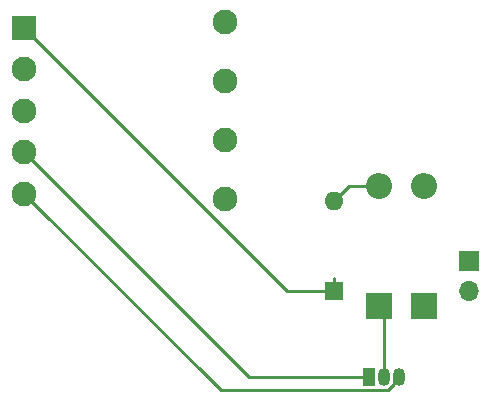
<source format=gbr>
%TF.GenerationSoftware,KiCad,Pcbnew,5.1.9*%
%TF.CreationDate,2021-02-27T11:03:33+05:30*%
%TF.ProjectId,charger,63686172-6765-4722-9e6b-696361645f70,rev?*%
%TF.SameCoordinates,Original*%
%TF.FileFunction,Copper,L2,Bot*%
%TF.FilePolarity,Positive*%
%FSLAX46Y46*%
G04 Gerber Fmt 4.6, Leading zero omitted, Abs format (unit mm)*
G04 Created by KiCad (PCBNEW 5.1.9) date 2021-02-27 11:03:33*
%MOMM*%
%LPD*%
G01*
G04 APERTURE LIST*
%TA.AperFunction,ComponentPad*%
%ADD10C,2.095500*%
%TD*%
%TA.AperFunction,ComponentPad*%
%ADD11R,2.095500X2.095500*%
%TD*%
%TA.AperFunction,ComponentPad*%
%ADD12R,1.050000X1.500000*%
%TD*%
%TA.AperFunction,ComponentPad*%
%ADD13O,1.050000X1.500000*%
%TD*%
%TA.AperFunction,ComponentPad*%
%ADD14O,1.700000X1.700000*%
%TD*%
%TA.AperFunction,ComponentPad*%
%ADD15R,1.700000X1.700000*%
%TD*%
%TA.AperFunction,ComponentPad*%
%ADD16O,1.600000X1.600000*%
%TD*%
%TA.AperFunction,ComponentPad*%
%ADD17R,1.600000X1.600000*%
%TD*%
%TA.AperFunction,ComponentPad*%
%ADD18O,2.200000X2.200000*%
%TD*%
%TA.AperFunction,ComponentPad*%
%ADD19R,2.200000X2.200000*%
%TD*%
%TA.AperFunction,Conductor*%
%ADD20C,0.250000*%
%TD*%
G04 APERTURE END LIST*
D10*
%TO.P,T1,6*%
%TO.N,Net-(T1-Pad6)*%
X148196300Y-77355700D03*
%TO.P,T1,7*%
%TO.N,Net-(C4-Pad2)*%
X148196300Y-72351900D03*
%TO.P,T1,8*%
%TO.N,Net-(T1-Pad8)*%
X148196300Y-67348100D03*
%TO.P,T1,9*%
%TO.N,Net-(D4-Pad2)*%
X148196300Y-62344300D03*
%TO.P,T1,5*%
%TO.N,Net-(Q1-Pad3)*%
X131203700Y-76860400D03*
%TO.P,T1,4*%
%TO.N,Net-(C1-Pad2)*%
X131203700Y-73355200D03*
%TO.P,T1,3*%
%TO.N,N/C*%
X131203700Y-69850000D03*
%TO.P,T1,2*%
%TO.N,Net-(C1-Pad1)*%
X131203700Y-66344800D03*
D11*
%TO.P,T1,1*%
%TO.N,Net-(C2-Pad2)*%
X131203700Y-62839600D03*
%TD*%
D12*
%TO.P,Q1,1*%
%TO.N,Net-(C1-Pad2)*%
X160420000Y-92420000D03*
D13*
%TO.P,Q1,3*%
%TO.N,Net-(Q1-Pad3)*%
X162960000Y-92420000D03*
%TO.P,Q1,2*%
%TO.N,Net-(C2-Pad1)*%
X161690000Y-92420000D03*
%TD*%
D14*
%TO.P,P1,2*%
%TO.N,Net-(P1-Pad2)*%
X168910000Y-85090000D03*
D15*
%TO.P,P1,1*%
%TO.N,Net-(D1-Pad2)*%
X168910000Y-82550000D03*
%TD*%
D16*
%TO.P,D3,2*%
%TO.N,Net-(C3-Pad1)*%
X157480000Y-77470000D03*
D17*
%TO.P,D3,1*%
%TO.N,Net-(C2-Pad2)*%
X157480000Y-85090000D03*
%TD*%
D18*
%TO.P,D2,2*%
%TO.N,Net-(C3-Pad1)*%
X161290000Y-76200000D03*
D19*
%TO.P,D2,1*%
%TO.N,Net-(C2-Pad1)*%
X161290000Y-86360000D03*
%TD*%
D18*
%TO.P,D1,2*%
%TO.N,Net-(D1-Pad2)*%
X165100000Y-76200000D03*
D19*
%TO.P,D1,1*%
%TO.N,Net-(C1-Pad1)*%
X165100000Y-86360000D03*
%TD*%
D20*
%TO.N,Net-(C1-Pad2)*%
X150268500Y-92420000D02*
X131203700Y-73355200D01*
X160420000Y-92420000D02*
X150268500Y-92420000D01*
%TO.N,Net-(C2-Pad2)*%
X153454100Y-85090000D02*
X157480000Y-85090000D01*
X131203700Y-62839600D02*
X153454100Y-85090000D01*
X157480000Y-85090000D02*
X157480000Y-84040000D01*
%TO.N,Net-(C2-Pad1)*%
X161690000Y-86760000D02*
X161290000Y-86360000D01*
X161690000Y-92420000D02*
X161690000Y-86760000D01*
%TO.N,Net-(C3-Pad1)*%
X158750000Y-76200000D02*
X157480000Y-77470000D01*
X161290000Y-76200000D02*
X158750000Y-76200000D01*
%TO.N,Net-(Q1-Pad3)*%
X147838310Y-93495010D02*
X131203700Y-76860400D01*
X162042085Y-93495010D02*
X147838310Y-93495010D01*
X162540010Y-92997085D02*
X162042085Y-93495010D01*
X162850000Y-92420000D02*
X162540010Y-92729990D01*
X162960000Y-92420000D02*
X162850000Y-92420000D01*
X162540010Y-92729990D02*
X162540010Y-92997085D01*
%TD*%
M02*

</source>
